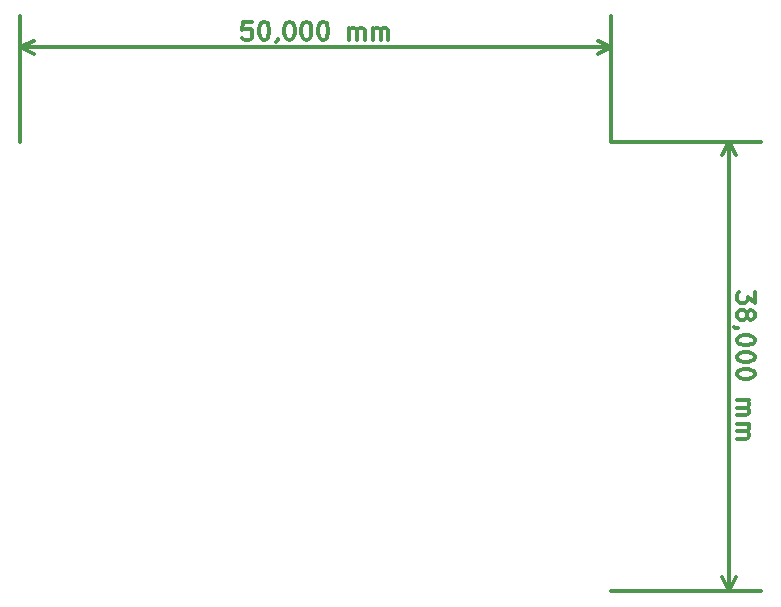
<source format=gbr>
G04 #@! TF.FileFunction,Other,ECO2*
%FSLAX46Y46*%
G04 Gerber Fmt 4.6, Leading zero omitted, Abs format (unit mm)*
G04 Created by KiCad (PCBNEW 4.0.6-e0-6349~53~ubuntu16.04.1) date Fri Mar 10 07:50:29 2017*
%MOMM*%
%LPD*%
G01*
G04 APERTURE LIST*
%ADD10C,0.100000*%
%ADD11C,0.300000*%
G04 APERTURE END LIST*
D10*
D11*
X197421429Y-90714287D02*
X197421429Y-91642858D01*
X196850000Y-91142858D01*
X196850000Y-91357144D01*
X196778571Y-91500001D01*
X196707143Y-91571430D01*
X196564286Y-91642858D01*
X196207143Y-91642858D01*
X196064286Y-91571430D01*
X195992857Y-91500001D01*
X195921429Y-91357144D01*
X195921429Y-90928572D01*
X195992857Y-90785715D01*
X196064286Y-90714287D01*
X196778571Y-92500001D02*
X196850000Y-92357143D01*
X196921429Y-92285715D01*
X197064286Y-92214286D01*
X197135714Y-92214286D01*
X197278571Y-92285715D01*
X197350000Y-92357143D01*
X197421429Y-92500001D01*
X197421429Y-92785715D01*
X197350000Y-92928572D01*
X197278571Y-93000001D01*
X197135714Y-93071429D01*
X197064286Y-93071429D01*
X196921429Y-93000001D01*
X196850000Y-92928572D01*
X196778571Y-92785715D01*
X196778571Y-92500001D01*
X196707143Y-92357143D01*
X196635714Y-92285715D01*
X196492857Y-92214286D01*
X196207143Y-92214286D01*
X196064286Y-92285715D01*
X195992857Y-92357143D01*
X195921429Y-92500001D01*
X195921429Y-92785715D01*
X195992857Y-92928572D01*
X196064286Y-93000001D01*
X196207143Y-93071429D01*
X196492857Y-93071429D01*
X196635714Y-93000001D01*
X196707143Y-92928572D01*
X196778571Y-92785715D01*
X195992857Y-93785714D02*
X195921429Y-93785714D01*
X195778571Y-93714286D01*
X195707143Y-93642857D01*
X197421429Y-94714286D02*
X197421429Y-94857143D01*
X197350000Y-95000000D01*
X197278571Y-95071429D01*
X197135714Y-95142858D01*
X196850000Y-95214286D01*
X196492857Y-95214286D01*
X196207143Y-95142858D01*
X196064286Y-95071429D01*
X195992857Y-95000000D01*
X195921429Y-94857143D01*
X195921429Y-94714286D01*
X195992857Y-94571429D01*
X196064286Y-94500000D01*
X196207143Y-94428572D01*
X196492857Y-94357143D01*
X196850000Y-94357143D01*
X197135714Y-94428572D01*
X197278571Y-94500000D01*
X197350000Y-94571429D01*
X197421429Y-94714286D01*
X197421429Y-96142857D02*
X197421429Y-96285714D01*
X197350000Y-96428571D01*
X197278571Y-96500000D01*
X197135714Y-96571429D01*
X196850000Y-96642857D01*
X196492857Y-96642857D01*
X196207143Y-96571429D01*
X196064286Y-96500000D01*
X195992857Y-96428571D01*
X195921429Y-96285714D01*
X195921429Y-96142857D01*
X195992857Y-96000000D01*
X196064286Y-95928571D01*
X196207143Y-95857143D01*
X196492857Y-95785714D01*
X196850000Y-95785714D01*
X197135714Y-95857143D01*
X197278571Y-95928571D01*
X197350000Y-96000000D01*
X197421429Y-96142857D01*
X197421429Y-97571428D02*
X197421429Y-97714285D01*
X197350000Y-97857142D01*
X197278571Y-97928571D01*
X197135714Y-98000000D01*
X196850000Y-98071428D01*
X196492857Y-98071428D01*
X196207143Y-98000000D01*
X196064286Y-97928571D01*
X195992857Y-97857142D01*
X195921429Y-97714285D01*
X195921429Y-97571428D01*
X195992857Y-97428571D01*
X196064286Y-97357142D01*
X196207143Y-97285714D01*
X196492857Y-97214285D01*
X196850000Y-97214285D01*
X197135714Y-97285714D01*
X197278571Y-97357142D01*
X197350000Y-97428571D01*
X197421429Y-97571428D01*
X195921429Y-99857142D02*
X196921429Y-99857142D01*
X196778571Y-99857142D02*
X196850000Y-99928570D01*
X196921429Y-100071428D01*
X196921429Y-100285713D01*
X196850000Y-100428570D01*
X196707143Y-100499999D01*
X195921429Y-100499999D01*
X196707143Y-100499999D02*
X196850000Y-100571428D01*
X196921429Y-100714285D01*
X196921429Y-100928570D01*
X196850000Y-101071428D01*
X196707143Y-101142856D01*
X195921429Y-101142856D01*
X195921429Y-101857142D02*
X196921429Y-101857142D01*
X196778571Y-101857142D02*
X196850000Y-101928570D01*
X196921429Y-102071428D01*
X196921429Y-102285713D01*
X196850000Y-102428570D01*
X196707143Y-102499999D01*
X195921429Y-102499999D01*
X196707143Y-102499999D02*
X196850000Y-102571428D01*
X196921429Y-102714285D01*
X196921429Y-102928570D01*
X196850000Y-103071428D01*
X196707143Y-103142856D01*
X195921429Y-103142856D01*
X195250000Y-78000000D02*
X195250000Y-116000000D01*
X185250000Y-78000000D02*
X197950000Y-78000000D01*
X185250000Y-116000000D02*
X197950000Y-116000000D01*
X195250000Y-116000000D02*
X194663579Y-114873496D01*
X195250000Y-116000000D02*
X195836421Y-114873496D01*
X195250000Y-78000000D02*
X194663579Y-79126504D01*
X195250000Y-78000000D02*
X195836421Y-79126504D01*
X154821430Y-67828571D02*
X154107144Y-67828571D01*
X154035715Y-68542857D01*
X154107144Y-68471429D01*
X154250001Y-68400000D01*
X154607144Y-68400000D01*
X154750001Y-68471429D01*
X154821430Y-68542857D01*
X154892858Y-68685714D01*
X154892858Y-69042857D01*
X154821430Y-69185714D01*
X154750001Y-69257143D01*
X154607144Y-69328571D01*
X154250001Y-69328571D01*
X154107144Y-69257143D01*
X154035715Y-69185714D01*
X155821429Y-67828571D02*
X155964286Y-67828571D01*
X156107143Y-67900000D01*
X156178572Y-67971429D01*
X156250001Y-68114286D01*
X156321429Y-68400000D01*
X156321429Y-68757143D01*
X156250001Y-69042857D01*
X156178572Y-69185714D01*
X156107143Y-69257143D01*
X155964286Y-69328571D01*
X155821429Y-69328571D01*
X155678572Y-69257143D01*
X155607143Y-69185714D01*
X155535715Y-69042857D01*
X155464286Y-68757143D01*
X155464286Y-68400000D01*
X155535715Y-68114286D01*
X155607143Y-67971429D01*
X155678572Y-67900000D01*
X155821429Y-67828571D01*
X157035714Y-69257143D02*
X157035714Y-69328571D01*
X156964286Y-69471429D01*
X156892857Y-69542857D01*
X157964286Y-67828571D02*
X158107143Y-67828571D01*
X158250000Y-67900000D01*
X158321429Y-67971429D01*
X158392858Y-68114286D01*
X158464286Y-68400000D01*
X158464286Y-68757143D01*
X158392858Y-69042857D01*
X158321429Y-69185714D01*
X158250000Y-69257143D01*
X158107143Y-69328571D01*
X157964286Y-69328571D01*
X157821429Y-69257143D01*
X157750000Y-69185714D01*
X157678572Y-69042857D01*
X157607143Y-68757143D01*
X157607143Y-68400000D01*
X157678572Y-68114286D01*
X157750000Y-67971429D01*
X157821429Y-67900000D01*
X157964286Y-67828571D01*
X159392857Y-67828571D02*
X159535714Y-67828571D01*
X159678571Y-67900000D01*
X159750000Y-67971429D01*
X159821429Y-68114286D01*
X159892857Y-68400000D01*
X159892857Y-68757143D01*
X159821429Y-69042857D01*
X159750000Y-69185714D01*
X159678571Y-69257143D01*
X159535714Y-69328571D01*
X159392857Y-69328571D01*
X159250000Y-69257143D01*
X159178571Y-69185714D01*
X159107143Y-69042857D01*
X159035714Y-68757143D01*
X159035714Y-68400000D01*
X159107143Y-68114286D01*
X159178571Y-67971429D01*
X159250000Y-67900000D01*
X159392857Y-67828571D01*
X160821428Y-67828571D02*
X160964285Y-67828571D01*
X161107142Y-67900000D01*
X161178571Y-67971429D01*
X161250000Y-68114286D01*
X161321428Y-68400000D01*
X161321428Y-68757143D01*
X161250000Y-69042857D01*
X161178571Y-69185714D01*
X161107142Y-69257143D01*
X160964285Y-69328571D01*
X160821428Y-69328571D01*
X160678571Y-69257143D01*
X160607142Y-69185714D01*
X160535714Y-69042857D01*
X160464285Y-68757143D01*
X160464285Y-68400000D01*
X160535714Y-68114286D01*
X160607142Y-67971429D01*
X160678571Y-67900000D01*
X160821428Y-67828571D01*
X163107142Y-69328571D02*
X163107142Y-68328571D01*
X163107142Y-68471429D02*
X163178570Y-68400000D01*
X163321428Y-68328571D01*
X163535713Y-68328571D01*
X163678570Y-68400000D01*
X163749999Y-68542857D01*
X163749999Y-69328571D01*
X163749999Y-68542857D02*
X163821428Y-68400000D01*
X163964285Y-68328571D01*
X164178570Y-68328571D01*
X164321428Y-68400000D01*
X164392856Y-68542857D01*
X164392856Y-69328571D01*
X165107142Y-69328571D02*
X165107142Y-68328571D01*
X165107142Y-68471429D02*
X165178570Y-68400000D01*
X165321428Y-68328571D01*
X165535713Y-68328571D01*
X165678570Y-68400000D01*
X165749999Y-68542857D01*
X165749999Y-69328571D01*
X165749999Y-68542857D02*
X165821428Y-68400000D01*
X165964285Y-68328571D01*
X166178570Y-68328571D01*
X166321428Y-68400000D01*
X166392856Y-68542857D01*
X166392856Y-69328571D01*
X135250000Y-70000000D02*
X185250000Y-70000000D01*
X135250000Y-78000000D02*
X135250000Y-67300000D01*
X185250000Y-78000000D02*
X185250000Y-67300000D01*
X185250000Y-70000000D02*
X184123496Y-70586421D01*
X185250000Y-70000000D02*
X184123496Y-69413579D01*
X135250000Y-70000000D02*
X136376504Y-70586421D01*
X135250000Y-70000000D02*
X136376504Y-69413579D01*
M02*

</source>
